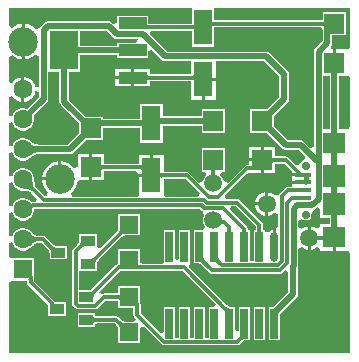
<source format=gtl>
G04*
G04 #@! TF.GenerationSoftware,Altium Limited,Altium Designer,25.8.1 (18)*
G04*
G04 Layer_Physical_Order=1*
G04 Layer_Color=255*
%FSLAX44Y44*%
%MOMM*%
G71*
G04*
G04 #@! TF.SameCoordinates,E157F1C9-1C34-4564-A9C0-31B72F50DFCD*
G04*
G04*
G04 #@! TF.FilePolarity,Positive*
G04*
G01*
G75*
%ADD10R,1.3500X0.4000*%
%ADD11R,1.9000X1.8000*%
%ADD12R,1.9000X1.9000*%
%ADD13R,1.2000X0.8500*%
%ADD14R,1.6000X1.5000*%
%ADD15R,0.6350X2.5000*%
%ADD16O,0.6350X2.5000*%
%ADD17R,2.4000X1.0000*%
%ADD18R,2.4000X3.3000*%
%ADD19R,1.7000X1.7000*%
%ADD20R,1.6000X3.0000*%
%ADD21C,0.5000*%
%ADD22C,0.3000*%
%ADD23C,1.6000*%
%ADD24R,1.6000X1.6000*%
%ADD25C,0.7000*%
%ADD26C,2.5000*%
%ADD27C,1.5000*%
G36*
X159250Y282559D02*
X122500D01*
Y289500D01*
X95500D01*
Y283531D01*
X92728Y282383D01*
X91727Y283384D01*
X90404Y284268D01*
X88843Y284578D01*
X88843Y284578D01*
X37343D01*
X35782Y284268D01*
X34459Y283384D01*
X34459Y283384D01*
X30866Y279791D01*
X30395Y279085D01*
X27654Y278353D01*
X26910Y278400D01*
X26127Y279182D01*
X23664Y280828D01*
X20927Y281962D01*
X18021Y282540D01*
X17810D01*
Y267500D01*
Y252460D01*
X18021D01*
X20927Y253038D01*
X23664Y254172D01*
X26127Y255818D01*
X26672Y256362D01*
X29672Y255119D01*
Y229274D01*
X26672Y228879D01*
X26072Y231118D01*
X24684Y233522D01*
X22722Y235484D01*
X20318Y236872D01*
X17638Y237590D01*
X17520D01*
Y227050D01*
Y216510D01*
X17638D01*
X20318Y217228D01*
X22722Y218616D01*
X24684Y220578D01*
X26072Y222982D01*
X26672Y225221D01*
X29672Y224826D01*
Y220839D01*
X19458Y210625D01*
X17501Y211150D01*
X14999D01*
X12583Y210503D01*
X10417Y209252D01*
X8648Y207483D01*
X7397Y205317D01*
X7119Y204278D01*
X4119Y204673D01*
Y220981D01*
X7119Y221785D01*
X7816Y220578D01*
X9778Y218616D01*
X12182Y217228D01*
X14862Y216510D01*
X14980D01*
Y227050D01*
Y237590D01*
X14862D01*
X12182Y236872D01*
X9778Y235484D01*
X7816Y233522D01*
X7119Y232315D01*
X4119Y233119D01*
Y254408D01*
X6438Y255562D01*
X7119Y255706D01*
X9416Y254172D01*
X12153Y253038D01*
X15059Y252460D01*
X15270D01*
Y267500D01*
Y282540D01*
X15059D01*
X12153Y281962D01*
X9416Y280828D01*
X7119Y279294D01*
X6438Y279438D01*
X4119Y280592D01*
Y295881D01*
X159250D01*
Y282559D01*
D02*
G37*
G36*
X92881Y270695D02*
X92881Y270695D01*
X94204Y269811D01*
X95765Y269500D01*
X95765Y269500D01*
X113465D01*
X113465Y269500D01*
X111861Y266500D01*
X95500D01*
Y264078D01*
X64500D01*
Y276422D01*
X87154D01*
X92881Y270695D01*
D02*
G37*
G36*
X269922Y276750D02*
X269922Y276750D01*
Y268096D01*
X263616Y261791D01*
X262732Y260468D01*
X262422Y258907D01*
X262422Y258907D01*
Y178622D01*
X259650Y177474D01*
X254562Y182562D01*
X253239Y183446D01*
X251678Y183757D01*
X251678Y183757D01*
X241011D01*
X228750Y196018D01*
Y204482D01*
X240384Y216116D01*
X241268Y217439D01*
X241578Y219000D01*
X241578Y219000D01*
Y239900D01*
X241578Y239900D01*
X241268Y241461D01*
X240384Y242784D01*
X225284Y257884D01*
X223961Y258768D01*
X222400Y259078D01*
X222400Y259078D01*
X138346D01*
X123755Y273670D01*
X124903Y276441D01*
X159250D01*
Y263000D01*
X178250D01*
Y279541D01*
X268268D01*
X269922Y276750D01*
D02*
G37*
G36*
X133773Y252116D02*
X133773Y252116D01*
X135096Y251232D01*
X136657Y250922D01*
X158210D01*
Y240135D01*
X157738Y240123D01*
X157593Y240059D01*
X124157D01*
X124012Y240123D01*
X123540Y240135D01*
Y244540D01*
X110270D01*
Y237000D01*
Y229460D01*
X123540D01*
Y233864D01*
X124012Y233877D01*
X124157Y233941D01*
X157593D01*
X157738Y233877D01*
X158210Y233864D01*
Y217960D01*
X167480D01*
Y235500D01*
X168750D01*
Y236770D01*
X179290D01*
Y250922D01*
X220711D01*
X233422Y238211D01*
Y220689D01*
X222982Y210250D01*
X208750D01*
Y190250D01*
X222982D01*
X236438Y176794D01*
X236438Y176794D01*
X237761Y175910D01*
X239322Y175600D01*
X239322Y175600D01*
X249989D01*
X255089Y170500D01*
X254820Y169118D01*
X254039Y167307D01*
X252668Y166739D01*
X251261Y165332D01*
X250668Y163900D01*
X248996Y163159D01*
X247500Y162826D01*
X240913Y169413D01*
X239921Y170076D01*
X238750Y170309D01*
X238750Y170309D01*
X230406D01*
X230262Y170373D01*
X229790Y170385D01*
Y178290D01*
X220020D01*
Y167250D01*
Y156210D01*
X229790D01*
Y164114D01*
X230262Y164127D01*
X230406Y164191D01*
X237483D01*
X243960Y157714D01*
Y156020D01*
X253250D01*
Y153480D01*
X243960D01*
Y150210D01*
Y149520D01*
X253250D01*
Y146980D01*
X243960D01*
Y144559D01*
X240250D01*
X239079Y144326D01*
X238087Y143663D01*
X233213Y138789D01*
X232740Y138081D01*
X231796Y137679D01*
X229393Y137305D01*
X228665Y138034D01*
X226375Y139356D01*
X223822Y140040D01*
X223770D01*
Y130000D01*
Y119960D01*
X223822D01*
X226375Y120644D01*
X228665Y121966D01*
X229317Y122618D01*
X232317Y121376D01*
Y111200D01*
X230471Y109771D01*
Y93750D01*
X227931D01*
Y108649D01*
X226971Y108458D01*
X225081Y107195D01*
X224176Y105841D01*
X221590Y106178D01*
X221176Y106340D01*
Y107750D01*
X219560D01*
Y112249D01*
X219327Y113420D01*
X218664Y114412D01*
X218664Y114412D01*
X199863Y133213D01*
X198871Y133876D01*
X197700Y134109D01*
X197700Y134109D01*
X188177D01*
X187029Y136880D01*
X205193Y155044D01*
X207710Y156210D01*
X217480D01*
Y165980D01*
X207710D01*
Y163386D01*
X207238Y163373D01*
X207094Y163309D01*
X206073D01*
X204902Y163076D01*
X203910Y162413D01*
X203910Y162413D01*
X189500Y148003D01*
X187770Y148396D01*
X186381Y149127D01*
X185887Y150974D01*
X184702Y153026D01*
X183478Y154250D01*
X183873Y156104D01*
X184564Y157250D01*
X187500D01*
Y177250D01*
X167500D01*
Y157250D01*
X170436D01*
X171127Y156104D01*
X171522Y154250D01*
X170298Y153026D01*
X169113Y150974D01*
X168619Y149127D01*
X167230Y148396D01*
X165500Y148003D01*
X157090Y156413D01*
X156098Y157076D01*
X154927Y157309D01*
X154927Y157309D01*
X136157D01*
X136012Y157373D01*
X135540Y157386D01*
Y171790D01*
X126270D01*
Y154250D01*
X125000D01*
Y152980D01*
X114460D01*
Y136710D01*
X111626Y136309D01*
X57610D01*
X56700Y139309D01*
X57087Y139568D01*
X59182Y141663D01*
X60828Y144126D01*
X61962Y146863D01*
X62037Y147239D01*
X62075Y147393D01*
X63381Y149960D01*
Y149960D01*
X72480D01*
Y161000D01*
Y172040D01*
X62710D01*
Y160958D01*
X59710Y160048D01*
X59182Y160837D01*
X57087Y162932D01*
X54624Y164578D01*
X51887Y165712D01*
X48981Y166290D01*
X48770D01*
Y151250D01*
X47500D01*
Y149980D01*
X32460D01*
Y149769D01*
X33038Y146863D01*
X34172Y144126D01*
X35818Y141663D01*
X37199Y140281D01*
X36622Y137696D01*
X36219Y137113D01*
X34549Y136877D01*
X27529Y143897D01*
X27485Y144027D01*
X27161Y144399D01*
X26920Y144760D01*
X26692Y145203D01*
X26482Y145734D01*
X26297Y146355D01*
X26141Y147063D01*
X26021Y147840D01*
X25882Y149725D01*
X25873Y150784D01*
X25750Y151074D01*
Y152101D01*
X25103Y154517D01*
X23852Y156683D01*
X22083Y158452D01*
X19917Y159703D01*
X17501Y160350D01*
X14999D01*
X12583Y159703D01*
X10417Y158452D01*
X8648Y156683D01*
X7397Y154517D01*
X7119Y153478D01*
X4119Y153873D01*
Y173227D01*
X7119Y173622D01*
X7397Y172583D01*
X8648Y170417D01*
X10417Y168648D01*
X12583Y167397D01*
X14999Y166750D01*
X17501D01*
X19917Y167397D01*
X22083Y168648D01*
X22802Y169367D01*
X23087Y169478D01*
X23663Y170031D01*
X24205Y170487D01*
X24748Y170883D01*
X25292Y171220D01*
X25837Y171500D01*
X26385Y171727D01*
X26937Y171901D01*
X27496Y172025D01*
X28066Y172100D01*
X28719Y172128D01*
X28813Y172172D01*
X56000D01*
X56000Y172172D01*
X57561Y172482D01*
X58884Y173366D01*
X69518Y184000D01*
X83750D01*
Y194172D01*
X115500D01*
Y181750D01*
X134500D01*
Y196172D01*
X167500D01*
Y190250D01*
X187500D01*
Y210250D01*
X167500D01*
Y204328D01*
X134500D01*
Y214750D01*
X115500D01*
Y202328D01*
X83750D01*
Y204000D01*
X69518D01*
X55078Y218439D01*
Y242000D01*
X64500D01*
Y255922D01*
X95500D01*
Y253500D01*
X122500D01*
Y259470D01*
X125272Y260618D01*
X133773Y252116D01*
D02*
G37*
G36*
X293381Y262381D02*
X291040Y260790D01*
X281270D01*
Y249750D01*
X278730D01*
Y260790D01*
X278016D01*
X277461Y262131D01*
X277062Y263790D01*
X277768Y264846D01*
X278078Y266407D01*
X278078Y266407D01*
Y272750D01*
X290000D01*
Y292750D01*
X270000D01*
Y285659D01*
X178250D01*
Y295881D01*
X293381D01*
Y262381D01*
D02*
G37*
G36*
X160781Y234000D02*
X160751Y234285D01*
X160660Y234540D01*
X160511Y234765D01*
X160301Y234960D01*
X160030Y235125D01*
X159700Y235260D01*
X159311Y235365D01*
X158861Y235440D01*
X158350Y235485D01*
X157781Y235500D01*
Y238500D01*
X158350Y238515D01*
X158861Y238560D01*
X159311Y238635D01*
X159700Y238740D01*
X160030Y238875D01*
X160301Y239040D01*
X160511Y239235D01*
X160660Y239460D01*
X160751Y239715D01*
X160781Y240000D01*
Y234000D01*
D02*
G37*
G36*
X120999Y239715D02*
X121089Y239460D01*
X121240Y239235D01*
X121449Y239040D01*
X121720Y238875D01*
X122050Y238740D01*
X122439Y238635D01*
X122889Y238560D01*
X123399Y238515D01*
X123969Y238500D01*
Y235500D01*
X123399Y235485D01*
X122889Y235440D01*
X122439Y235365D01*
X122050Y235260D01*
X121720Y235125D01*
X121449Y234960D01*
X121240Y234765D01*
X121089Y234540D01*
X120999Y234285D01*
X120969Y234000D01*
Y240000D01*
X120999Y239715D01*
D02*
G37*
G36*
X291040Y238710D02*
X293381Y237119D01*
Y195735D01*
X292040Y193290D01*
X284078D01*
Y238710D01*
X291040D01*
D02*
G37*
G36*
X275922Y193290D02*
X270578D01*
Y238710D01*
X275922D01*
Y193290D01*
D02*
G37*
G36*
X46922Y216750D02*
X46922Y216750D01*
X47232Y215189D01*
X48116Y213866D01*
X63750Y198232D01*
Y189768D01*
X54311Y180328D01*
X28813D01*
X28719Y180372D01*
X28066Y180400D01*
X27496Y180475D01*
X26937Y180599D01*
X26385Y180773D01*
X25837Y181000D01*
X25292Y181280D01*
X24748Y181617D01*
X24205Y182013D01*
X23663Y182469D01*
X23087Y183022D01*
X22802Y183133D01*
X22083Y183852D01*
X19917Y185103D01*
X17501Y185750D01*
X14999D01*
X12583Y185103D01*
X10417Y183852D01*
X8648Y182083D01*
X7397Y179917D01*
X7119Y178878D01*
X4119Y179273D01*
Y198627D01*
X7119Y199022D01*
X7397Y197983D01*
X8648Y195817D01*
X10417Y194048D01*
X12583Y192797D01*
X14999Y192150D01*
X17501D01*
X19917Y192797D01*
X22083Y194048D01*
X23852Y195817D01*
X25103Y197983D01*
X25750Y200399D01*
Y202901D01*
X25226Y204858D01*
X36634Y216266D01*
X36634Y216266D01*
X37518Y217589D01*
X37828Y219150D01*
Y242000D01*
X46922D01*
Y216750D01*
D02*
G37*
G36*
X22577Y181261D02*
X23203Y180734D01*
X23841Y180269D01*
X24492Y179866D01*
X25154Y179525D01*
X25829Y179246D01*
X26516Y179029D01*
X27215Y178874D01*
X27926Y178781D01*
X28649Y178750D01*
Y173750D01*
X27926Y173719D01*
X27215Y173626D01*
X26516Y173471D01*
X25829Y173254D01*
X25154Y172975D01*
X24492Y172634D01*
X23841Y172231D01*
X23203Y171766D01*
X22577Y171239D01*
X21963Y170650D01*
Y181850D01*
X22577Y181261D01*
D02*
G37*
G36*
X227250Y169965D02*
X227339Y169710D01*
X227489Y169485D01*
X227700Y169290D01*
X227969Y169125D01*
X228300Y168990D01*
X228689Y168885D01*
X229139Y168810D01*
X229650Y168765D01*
X230219Y168750D01*
Y165750D01*
X229650Y165735D01*
X229139Y165690D01*
X228689Y165615D01*
X228300Y165510D01*
X227969Y165375D01*
X227700Y165210D01*
X227489Y165015D01*
X227339Y164790D01*
X227250Y164535D01*
X227220Y164250D01*
Y170250D01*
X227250Y169965D01*
D02*
G37*
G36*
X210280Y158780D02*
X207281Y158750D01*
Y161750D01*
X207850Y161765D01*
X208361Y161810D01*
X208811Y161885D01*
X209200Y161990D01*
X209531Y162125D01*
X209800Y162290D01*
X210011Y162485D01*
X210161Y162710D01*
X210250Y162965D01*
X210280Y163250D01*
Y158780D01*
D02*
G37*
G36*
X132999Y156965D02*
X133090Y156710D01*
X133239Y156485D01*
X133449Y156290D01*
X133720Y156125D01*
X134050Y155990D01*
X134439Y155885D01*
X134889Y155810D01*
X135400Y155765D01*
X135969Y155750D01*
Y152750D01*
X135400Y152735D01*
X134889Y152690D01*
X134439Y152615D01*
X134050Y152510D01*
X133720Y152375D01*
X133449Y152210D01*
X133239Y152015D01*
X133090Y151790D01*
X132999Y151535D01*
X132970Y151250D01*
Y157250D01*
X132999Y156965D01*
D02*
G37*
G36*
X257762Y152530D02*
X259250D01*
X258965Y152500D01*
X258710Y152410D01*
X258485Y152261D01*
X258290Y152051D01*
X258125Y151781D01*
X257990Y151451D01*
X257936Y151250D01*
X257990Y151050D01*
X258125Y150719D01*
X258290Y150450D01*
X258485Y150240D01*
X258710Y150090D01*
X258965Y150000D01*
X259250Y149970D01*
X257762D01*
X257750Y149530D01*
X254750D01*
X254739Y149970D01*
X253250D01*
X253535Y150000D01*
X253790Y150090D01*
X254015Y150240D01*
X254210Y150450D01*
X254375Y150719D01*
X254510Y151050D01*
X254564Y151250D01*
X254510Y151451D01*
X254375Y151781D01*
X254210Y152051D01*
X254015Y152261D01*
X253790Y152410D01*
X253535Y152500D01*
X253250Y152530D01*
X254739D01*
X254750Y152970D01*
X257750D01*
X257762Y152530D01*
D02*
G37*
G36*
X24259Y149658D02*
X24406Y147656D01*
X24544Y146765D01*
X24724Y145947D01*
X24946Y145203D01*
X25211Y144532D01*
X25519Y143934D01*
X25869Y143411D01*
X26261Y142960D01*
X24140Y140839D01*
X23689Y141231D01*
X23166Y141581D01*
X22568Y141889D01*
X21897Y142154D01*
X21153Y142376D01*
X20335Y142556D01*
X19444Y142694D01*
X18479Y142788D01*
X16330Y142850D01*
X24250Y150770D01*
X24259Y149658D01*
D02*
G37*
G36*
X165771Y139080D02*
X164623Y136309D01*
X138374D01*
X135540Y136710D01*
Y151115D01*
X136012Y151127D01*
X136157Y151191D01*
X153660D01*
X165771Y139080D01*
D02*
G37*
G36*
X7397Y147183D02*
X8648Y145017D01*
X10417Y143248D01*
X12583Y141997D01*
X14999Y141350D01*
X16010D01*
X16283Y141228D01*
X18376Y141167D01*
X19240Y141082D01*
X20037Y140959D01*
X20746Y140803D01*
X21366Y140618D01*
X21897Y140408D01*
X22340Y140180D01*
X22701Y139939D01*
X23073Y139615D01*
X23203Y139571D01*
X28194Y134580D01*
X27046Y131809D01*
X24508D01*
X24507Y131809D01*
X23522Y131613D01*
X22083Y133052D01*
X19917Y134303D01*
X17501Y134950D01*
X14999D01*
X12583Y134303D01*
X10417Y133052D01*
X8648Y131283D01*
X7397Y129117D01*
X7119Y128078D01*
X4119Y128473D01*
Y147827D01*
X7119Y148222D01*
X7397Y147183D01*
D02*
G37*
G36*
X267960Y125866D02*
Y117710D01*
X275922D01*
Y113290D01*
X267960D01*
Y110481D01*
X264960Y109239D01*
X264915Y109284D01*
X262625Y110606D01*
X260072Y111290D01*
X260020D01*
Y101250D01*
Y91210D01*
X260072D01*
X262625Y91894D01*
X264915Y93216D01*
X264960Y93261D01*
X267960Y92019D01*
Y90210D01*
X278730D01*
Y101750D01*
X281270D01*
Y90210D01*
X292040D01*
X293381Y87765D01*
Y3509D01*
X4119D01*
Y64259D01*
X6750Y65150D01*
X7119Y65150D01*
X19425D01*
X19444Y65139D01*
X19469Y65080D01*
X19527Y64865D01*
X19578Y64556D01*
X19613Y64158D01*
X19627Y63638D01*
X19712Y63447D01*
X19924Y62380D01*
X20587Y61388D01*
X37441Y44534D01*
Y44051D01*
X37441Y44051D01*
X37500Y43755D01*
Y35551D01*
X52500D01*
Y47051D01*
X43273D01*
X42663Y47964D01*
X42663Y47964D01*
X25863Y64764D01*
X25843Y66697D01*
X25809Y66777D01*
Y68150D01*
X25809Y68150D01*
X25750Y68446D01*
Y84150D01*
X7119D01*
X6750Y84150D01*
X4119Y85041D01*
Y97027D01*
X7119Y97422D01*
X7397Y96383D01*
X8648Y94217D01*
X10417Y92448D01*
X12583Y91197D01*
X14999Y90550D01*
X17501D01*
X19917Y91197D01*
X22083Y92448D01*
X22798Y93163D01*
X23078Y93269D01*
X24601Y94707D01*
X25272Y95258D01*
X25921Y95734D01*
X26533Y96125D01*
X27102Y96432D01*
X27626Y96659D01*
X28101Y96812D01*
X28527Y96896D01*
X29019Y96930D01*
X29142Y96991D01*
X31984D01*
X36925Y92050D01*
X36982Y91902D01*
X37354Y91511D01*
X37654Y91158D01*
X37909Y90817D01*
X38123Y90489D01*
X38296Y90174D01*
X38432Y89872D01*
X38532Y89585D01*
X38601Y89309D01*
X38642Y89041D01*
X38659Y88697D01*
X38750Y88505D01*
Y83051D01*
X53750D01*
Y94551D01*
X44796D01*
X44604Y94642D01*
X44260Y94659D01*
X43993Y94699D01*
X43716Y94768D01*
X43429Y94869D01*
X43127Y95005D01*
X42812Y95178D01*
X42484Y95392D01*
X42143Y95647D01*
X41790Y95947D01*
X41399Y96319D01*
X41251Y96376D01*
X35414Y102213D01*
X34422Y102876D01*
X33251Y103109D01*
X33251Y103109D01*
X29142D01*
X29019Y103170D01*
X28527Y103204D01*
X28101Y103288D01*
X27626Y103441D01*
X27102Y103668D01*
X26533Y103975D01*
X25921Y104366D01*
X25288Y104830D01*
X23856Y106066D01*
X23101Y106808D01*
X22809Y106926D01*
X22083Y107652D01*
X19917Y108903D01*
X17501Y109550D01*
X14999D01*
X12583Y108903D01*
X10417Y107652D01*
X8648Y105883D01*
X7397Y103717D01*
X7119Y102678D01*
X4119Y103073D01*
Y122427D01*
X7119Y122822D01*
X7397Y121783D01*
X8648Y119617D01*
X10417Y117848D01*
X12583Y116597D01*
X14999Y115950D01*
X17501D01*
X19917Y116597D01*
X22083Y117848D01*
X23852Y119617D01*
X25103Y121783D01*
X25750Y124199D01*
Y125691D01*
X166432D01*
X167736Y124387D01*
X167736Y124387D01*
X168414Y123934D01*
X168833Y123409D01*
X169726Y120727D01*
X169716Y120567D01*
X169113Y119524D01*
X168500Y117235D01*
Y114865D01*
X169113Y112576D01*
X170168Y110750D01*
X169909Y109789D01*
X168829Y107750D01*
X161027D01*
Y79750D01*
X164330D01*
X164522Y79659D01*
X164866Y79642D01*
X165134Y79602D01*
X165410Y79532D01*
X165698Y79432D01*
X165999Y79296D01*
X166314Y79123D01*
X166643Y78910D01*
X166984Y78654D01*
X167336Y78354D01*
X167728Y77982D01*
X167875Y77925D01*
X174214Y71587D01*
X174214Y71587D01*
X175206Y70924D01*
X176377Y70691D01*
X176377Y70691D01*
X233622D01*
X233622Y70691D01*
X234793Y70924D01*
X235785Y71587D01*
X238150Y73952D01*
X240922Y72804D01*
Y55564D01*
X228108Y42750D01*
X224526D01*
Y14750D01*
X233876D01*
Y36982D01*
X247884Y50990D01*
X247884Y50990D01*
X248768Y52313D01*
X249078Y53874D01*
Y76067D01*
X249144Y76164D01*
X249454Y77725D01*
X249454Y77725D01*
Y92105D01*
X252454Y93347D01*
X252585Y93216D01*
X254875Y91894D01*
X257428Y91210D01*
X257480D01*
Y101250D01*
Y111290D01*
X257428D01*
X254875Y110606D01*
X252585Y109284D01*
X252454Y109153D01*
X249454Y110395D01*
Y115732D01*
X252454Y116975D01*
X252668Y116761D01*
X254505Y116000D01*
X256495D01*
X258332Y116761D01*
X259739Y118168D01*
X260500Y120005D01*
Y121777D01*
X260575Y122107D01*
X262459Y124931D01*
X262718Y124982D01*
X264041Y125866D01*
X265188Y127014D01*
X267960Y125866D01*
D02*
G37*
G36*
X22756Y104871D02*
X24276Y103559D01*
X25003Y103026D01*
X25709Y102575D01*
X26392Y102206D01*
X27054Y101919D01*
X27694Y101714D01*
X28312Y101591D01*
X28908Y101550D01*
Y98550D01*
X28312Y98509D01*
X27694Y98386D01*
X27054Y98181D01*
X26392Y97894D01*
X25709Y97525D01*
X25003Y97074D01*
X24276Y96541D01*
X23527Y95926D01*
X21963Y94450D01*
Y105650D01*
X22756Y104871D01*
D02*
G37*
G36*
X40705Y94739D02*
X41129Y94378D01*
X41553Y94060D01*
X41977Y93784D01*
X42402Y93551D01*
X42826Y93360D01*
X43250Y93211D01*
X43675Y93105D01*
X44099Y93042D01*
X44523Y93021D01*
X40280Y88778D01*
X40259Y89202D01*
X40195Y89627D01*
X40090Y90051D01*
X39941Y90475D01*
X39750Y90899D01*
X39517Y91323D01*
X39241Y91748D01*
X38923Y92172D01*
X38562Y92596D01*
X38159Y93021D01*
X40280Y95142D01*
X40705Y94739D01*
D02*
G37*
G36*
X213442Y110982D02*
Y107750D01*
X211826D01*
Y81309D01*
X208477D01*
Y107750D01*
X206566D01*
Y108993D01*
X206333Y110163D01*
X205670Y111156D01*
X205670Y111156D01*
X191606Y125220D01*
X192754Y127991D01*
X196433D01*
X213442Y110982D01*
D02*
G37*
G36*
X181567Y85099D02*
X181631Y84675D01*
X181737Y84250D01*
X181886Y83826D01*
X182076Y83402D01*
X182310Y82978D01*
X182586Y82553D01*
X182904Y82129D01*
X183264Y81705D01*
X183668Y81280D01*
X181546Y79159D01*
X181122Y79562D01*
X180698Y79923D01*
X180273Y80241D01*
X179849Y80517D01*
X179425Y80750D01*
X179001Y80941D01*
X178576Y81090D01*
X178152Y81196D01*
X177728Y81259D01*
X177304Y81280D01*
X181546Y85523D01*
X181567Y85099D01*
D02*
G37*
G36*
X168867D02*
X168931Y84675D01*
X169037Y84250D01*
X169186Y83826D01*
X169376Y83402D01*
X169610Y82978D01*
X169886Y82553D01*
X170204Y82129D01*
X170564Y81705D01*
X170967Y81280D01*
X168846Y79159D01*
X168422Y79562D01*
X167998Y79923D01*
X167573Y80241D01*
X167149Y80517D01*
X166725Y80750D01*
X166301Y80941D01*
X165876Y81090D01*
X165452Y81196D01*
X165028Y81259D01*
X164604Y81280D01*
X168846Y85523D01*
X168867Y85099D01*
D02*
G37*
G36*
X24250Y63681D02*
X21250D01*
X21235Y64250D01*
X21190Y64760D01*
X21115Y65210D01*
X21010Y65601D01*
X20875Y65931D01*
X20710Y66200D01*
X20515Y66410D01*
X20290Y66561D01*
X20035Y66651D01*
X19750Y66680D01*
X24220D01*
X24250Y63681D01*
D02*
G37*
%LPC*%
G36*
X107730Y244540D02*
X94460D01*
Y238270D01*
X107730D01*
Y244540D01*
D02*
G37*
G36*
Y235730D02*
X94460D01*
Y229460D01*
X107730D01*
Y235730D01*
D02*
G37*
G36*
X179290Y234230D02*
X170020D01*
Y217960D01*
X179290D01*
Y234230D01*
D02*
G37*
G36*
X217480Y178290D02*
X207710D01*
Y168520D01*
X217480D01*
Y178290D01*
D02*
G37*
G36*
X84790Y172040D02*
X75020D01*
Y161000D01*
Y149960D01*
X84790D01*
Y157865D01*
X85262Y157877D01*
X85407Y157941D01*
X111492D01*
X114110Y155520D01*
X123730D01*
Y171790D01*
X114460D01*
Y164135D01*
X113988Y164123D01*
X113843Y164059D01*
X85407D01*
X85262Y164123D01*
X84790Y164135D01*
Y172040D01*
D02*
G37*
G36*
X46230Y166290D02*
X46019D01*
X43113Y165712D01*
X40376Y164578D01*
X37913Y162932D01*
X35818Y160837D01*
X34172Y158374D01*
X33038Y155637D01*
X32460Y152731D01*
Y152520D01*
X46230D01*
Y166290D01*
D02*
G37*
G36*
X221230Y140040D02*
X221178D01*
X218625Y139356D01*
X216335Y138034D01*
X214466Y136165D01*
X213144Y133875D01*
X212460Y131322D01*
Y131270D01*
X221230D01*
Y140040D01*
D02*
G37*
G36*
Y128730D02*
X212460D01*
Y128678D01*
X213144Y126125D01*
X214466Y123835D01*
X216335Y121966D01*
X218625Y120644D01*
X221178Y119960D01*
X221230D01*
Y128730D01*
D02*
G37*
%LPD*%
G36*
X117030Y158000D02*
X117001Y158285D01*
X116910Y158540D01*
X116761Y158765D01*
X116551Y158960D01*
X116280Y159125D01*
X115950Y159260D01*
X115561Y159365D01*
X115111Y159440D01*
X114600Y159485D01*
X114031Y159500D01*
Y162500D01*
X114600Y162515D01*
X115111Y162560D01*
X115561Y162635D01*
X115950Y162740D01*
X116280Y162875D01*
X116551Y163040D01*
X116761Y163235D01*
X116910Y163460D01*
X117001Y163715D01*
X117030Y164000D01*
Y158000D01*
D02*
G37*
G36*
X82249Y163715D02*
X82339Y163460D01*
X82490Y163235D01*
X82699Y163040D01*
X82970Y162875D01*
X83300Y162740D01*
X83689Y162635D01*
X84139Y162560D01*
X84649Y162515D01*
X85219Y162500D01*
Y159500D01*
X84649Y159485D01*
X84139Y159440D01*
X83689Y159365D01*
X83300Y159260D01*
X82970Y159125D01*
X82699Y158960D01*
X82490Y158765D01*
X82339Y158540D01*
X82249Y158285D01*
X82219Y158000D01*
Y164000D01*
X82249Y163715D01*
D02*
G37*
%LPC*%
G36*
X115750Y121500D02*
X96750D01*
Y109202D01*
X96659Y109010D01*
X96642Y108666D01*
X96602Y108399D01*
X96532Y108122D01*
X96432Y107835D01*
X96296Y107533D01*
X96123Y107218D01*
X95910Y106890D01*
X95654Y106549D01*
X95354Y106196D01*
X94982Y105805D01*
X94941Y105697D01*
X94842Y105636D01*
X94823Y105555D01*
X81596Y92327D01*
X81450Y92238D01*
X78750Y93724D01*
X78750Y95495D01*
Y104355D01*
X63750D01*
Y98901D01*
X63659Y98709D01*
X63642Y98365D01*
X63602Y98098D01*
X63533Y97821D01*
X63432Y97534D01*
X63296Y97232D01*
X63123Y96917D01*
X62910Y96589D01*
X62654Y96248D01*
X62354Y95895D01*
X61982Y95504D01*
X61925Y95356D01*
X58837Y92268D01*
X58174Y91276D01*
X57941Y90105D01*
X57941Y90105D01*
Y45613D01*
X57941Y45612D01*
X58174Y44442D01*
X58837Y43450D01*
X60595Y41692D01*
X60595Y41692D01*
X61587Y41029D01*
X62758Y40796D01*
X62758Y40796D01*
X77556D01*
X77556Y40796D01*
X78727Y41029D01*
X79719Y41692D01*
X86218Y48191D01*
X95093D01*
X95238Y48127D01*
X95758Y48113D01*
X96156Y48078D01*
X96465Y48027D01*
X96680Y47969D01*
X96740Y47944D01*
X96750Y47925D01*
Y42250D01*
X109425D01*
X109444Y42239D01*
X109469Y42180D01*
X109527Y41965D01*
X109578Y41656D01*
X109613Y41258D01*
X109627Y40738D01*
X109691Y40594D01*
Y36383D01*
X109691Y36383D01*
X109924Y35213D01*
X110587Y34220D01*
X111786Y33022D01*
X110638Y30250D01*
X102796D01*
X102604Y30341D01*
X102260Y30358D01*
X101993Y30398D01*
X101716Y30468D01*
X101429Y30568D01*
X101127Y30704D01*
X100812Y30877D01*
X100484Y31091D01*
X100143Y31346D01*
X99790Y31646D01*
X99399Y32018D01*
X99251Y32075D01*
X97311Y34015D01*
X96319Y34678D01*
X95148Y34911D01*
X95148Y34911D01*
X79103D01*
X78958Y34975D01*
X78438Y34989D01*
X78040Y35024D01*
X77731Y35075D01*
X77516Y35133D01*
X77456Y35158D01*
X77446Y35177D01*
Y37602D01*
X62446D01*
Y26102D01*
X77446D01*
Y28527D01*
X77456Y28546D01*
X77516Y28571D01*
X77731Y28629D01*
X78040Y28680D01*
X78438Y28715D01*
X78958Y28729D01*
X79103Y28793D01*
X93881D01*
X94925Y27749D01*
X94982Y27601D01*
X95354Y27210D01*
X95654Y26857D01*
X95909Y26516D01*
X96123Y26188D01*
X96296Y25873D01*
X96432Y25571D01*
X96532Y25284D01*
X96602Y25008D01*
X96642Y24740D01*
X96659Y24396D01*
X96750Y24204D01*
Y12250D01*
X115750D01*
Y25138D01*
X118522Y26286D01*
X133720Y11087D01*
X133720Y11087D01*
X134713Y10424D01*
X135883Y10191D01*
X197626D01*
X197626Y10191D01*
X198796Y10424D01*
X199789Y11087D01*
X201627Y12925D01*
X201775Y12982D01*
X202166Y13354D01*
X202519Y13654D01*
X202859Y13909D01*
X203188Y14123D01*
X203503Y14296D01*
X203804Y14432D01*
X204092Y14533D01*
X204368Y14602D01*
X204636Y14642D01*
X204980Y14659D01*
X205172Y14750D01*
X208476D01*
Y42750D01*
X199126D01*
Y22025D01*
X198859Y21521D01*
X198776Y21457D01*
X195776Y22933D01*
Y42750D01*
X192472D01*
X192280Y42841D01*
X191936Y42858D01*
X191669Y42898D01*
X191392Y42968D01*
X191105Y43068D01*
X190803Y43204D01*
X190488Y43377D01*
X190160Y43590D01*
X189819Y43846D01*
X189466Y44146D01*
X189075Y44518D01*
X188927Y44575D01*
X156752Y76750D01*
X157677Y79750D01*
X157677Y80068D01*
Y107750D01*
X148327D01*
Y83176D01*
X146652Y82214D01*
X144977Y83176D01*
Y107750D01*
X135627D01*
Y82559D01*
X135627Y79750D01*
X132706Y79559D01*
X117407D01*
X117262Y79623D01*
X116742Y79637D01*
X116344Y79672D01*
X116035Y79723D01*
X115820Y79781D01*
X115760Y79806D01*
X115750Y79825D01*
Y91500D01*
X96750D01*
Y79480D01*
X95975Y79326D01*
X94982Y78663D01*
X94982Y78663D01*
X74999Y58680D01*
X74851Y58623D01*
X74460Y58251D01*
X74107Y57951D01*
X73766Y57696D01*
X73438Y57482D01*
X73123Y57309D01*
X72821Y57173D01*
X72534Y57073D01*
X72258Y57003D01*
X71990Y56963D01*
X71646Y56946D01*
X71454Y56855D01*
X64059D01*
Y73602D01*
X78696D01*
Y79056D01*
X78787Y79248D01*
X78804Y79592D01*
X78844Y79859D01*
X78913Y80136D01*
X79014Y80423D01*
X79150Y80725D01*
X79323Y81040D01*
X79536Y81368D01*
X79792Y81709D01*
X80092Y82062D01*
X80464Y82453D01*
X80521Y82601D01*
X99595Y101675D01*
X99743Y101732D01*
X100134Y102104D01*
X100487Y102404D01*
X100828Y102659D01*
X101156Y102873D01*
X101471Y103046D01*
X101773Y103182D01*
X102060Y103282D01*
X102337Y103352D01*
X102604Y103392D01*
X102948Y103409D01*
X102973Y103420D01*
X102998Y103412D01*
X103170Y103500D01*
X115750D01*
Y121500D01*
D02*
G37*
G36*
X221176Y42750D02*
X211826D01*
Y14750D01*
X221176D01*
Y42750D01*
D02*
G37*
%LPD*%
G36*
X102867Y105030D02*
X102443Y105009D01*
X102019Y104946D01*
X101594Y104840D01*
X101170Y104691D01*
X100746Y104500D01*
X100322Y104267D01*
X99897Y103991D01*
X99473Y103673D01*
X99049Y103312D01*
X98624Y102909D01*
X96159Y104686D01*
X96562Y105111D01*
X96923Y105535D01*
X97241Y105959D01*
X97517Y106384D01*
X97750Y106808D01*
X97941Y107232D01*
X98090Y107656D01*
X98196Y108081D01*
X98259Y108505D01*
X98280Y108929D01*
X102867Y105030D01*
D02*
G37*
G36*
X69523Y94385D02*
X69099Y94364D01*
X68675Y94301D01*
X68250Y94194D01*
X67826Y94046D01*
X67402Y93855D01*
X66978Y93622D01*
X66553Y93346D01*
X66129Y93028D01*
X65705Y92667D01*
X65281Y92264D01*
X63159Y94385D01*
X63562Y94810D01*
X63923Y95234D01*
X64241Y95658D01*
X64517Y96082D01*
X64750Y96507D01*
X64941Y96931D01*
X65090Y97355D01*
X65196Y97780D01*
X65259Y98204D01*
X65281Y98628D01*
X69523Y94385D01*
D02*
G37*
G36*
X79287Y83572D02*
X78884Y83147D01*
X78523Y82723D01*
X78205Y82299D01*
X77929Y81875D01*
X77696Y81450D01*
X77505Y81026D01*
X77356Y80602D01*
X77250Y80177D01*
X77187Y79753D01*
X77165Y79329D01*
X72923Y83572D01*
X73347Y83593D01*
X73771Y83656D01*
X74196Y83762D01*
X74620Y83911D01*
X75044Y84102D01*
X75469Y84335D01*
X75893Y84611D01*
X76317Y84929D01*
X76741Y85290D01*
X77165Y85693D01*
X79287Y83572D01*
D02*
G37*
G36*
X114249Y79215D02*
X114340Y78960D01*
X114489Y78735D01*
X114699Y78540D01*
X114970Y78375D01*
X115300Y78240D01*
X115689Y78135D01*
X116139Y78060D01*
X116650Y78015D01*
X117219Y78000D01*
Y75000D01*
X114220Y75030D01*
Y79500D01*
X114249Y79215D01*
D02*
G37*
G36*
X112250Y73441D02*
X112250Y73441D01*
X114123D01*
X114203Y73407D01*
X117203Y73376D01*
X117211Y73380D01*
X117219Y73376D01*
X117376Y73441D01*
X151409D01*
X179328Y45522D01*
X178180Y42750D01*
X173726D01*
Y16309D01*
X170376D01*
Y42750D01*
X161026D01*
Y16309D01*
X157676D01*
Y42750D01*
X148326D01*
Y16309D01*
X144976D01*
Y42750D01*
X135626D01*
Y21753D01*
X132854Y20605D01*
X115809Y37650D01*
Y40624D01*
X115874Y40781D01*
X115870Y40789D01*
X115873Y40797D01*
X115843Y43797D01*
X115809Y43877D01*
Y45250D01*
X115809Y45250D01*
X115750Y45546D01*
Y60250D01*
X96750D01*
Y54575D01*
X96740Y54556D01*
X96680Y54531D01*
X96465Y54473D01*
X96156Y54422D01*
X95758Y54387D01*
X95238Y54373D01*
X95093Y54309D01*
X84951D01*
X84951Y54309D01*
X83781Y54076D01*
X83569Y53935D01*
X81266Y54882D01*
X80629Y55496D01*
X80636Y55665D01*
X98412Y73441D01*
X100250D01*
X100250Y73441D01*
X100546Y73500D01*
X111954D01*
X112250Y73441D01*
D02*
G37*
G36*
X78091Y55325D02*
X77688Y54900D01*
X77327Y54476D01*
X77009Y54052D01*
X76733Y53628D01*
X76500Y53203D01*
X76309Y52779D01*
X76160Y52355D01*
X76055Y51930D01*
X75991Y51506D01*
X75970Y51082D01*
X71727Y55325D01*
X72151Y55346D01*
X72575Y55409D01*
X73000Y55515D01*
X73424Y55664D01*
X73848Y55855D01*
X74273Y56088D01*
X74697Y56364D01*
X75121Y56682D01*
X75545Y57043D01*
X75970Y57446D01*
X78091Y55325D01*
D02*
G37*
G36*
X98280Y48250D02*
X98251Y48535D01*
X98160Y48790D01*
X98011Y49015D01*
X97801Y49210D01*
X97530Y49375D01*
X97200Y49510D01*
X96811Y49615D01*
X96361Y49690D01*
X95850Y49735D01*
X95281Y49750D01*
Y52750D01*
X95850Y52765D01*
X96361Y52810D01*
X96811Y52885D01*
X97200Y52990D01*
X97530Y53125D01*
X97801Y53290D01*
X98011Y53485D01*
X98160Y53710D01*
X98251Y53965D01*
X98280Y54250D01*
Y48250D01*
D02*
G37*
G36*
X114250Y40781D02*
X111250D01*
X111235Y41350D01*
X111190Y41860D01*
X111115Y42311D01*
X111010Y42701D01*
X110875Y43031D01*
X110710Y43300D01*
X110515Y43510D01*
X110290Y43660D01*
X110035Y43751D01*
X109750Y43780D01*
X114220D01*
X114250Y40781D01*
D02*
G37*
G36*
X188381Y42938D02*
X188805Y42577D01*
X189229Y42259D01*
X189653Y41983D01*
X190078Y41750D01*
X190502Y41559D01*
X190926Y41410D01*
X191350Y41304D01*
X191775Y41241D01*
X192199Y41220D01*
X187956Y36977D01*
X187935Y37401D01*
X187871Y37825D01*
X187765Y38250D01*
X187617Y38674D01*
X187426Y39098D01*
X187193Y39523D01*
X186917Y39947D01*
X186599Y40371D01*
X186238Y40795D01*
X185835Y41220D01*
X187956Y43341D01*
X188381Y42938D01*
D02*
G37*
G36*
X75946Y34567D02*
X76035Y34312D01*
X76185Y34087D01*
X76396Y33892D01*
X76666Y33727D01*
X76996Y33592D01*
X77386Y33487D01*
X77835Y33412D01*
X78345Y33367D01*
X78916Y33352D01*
Y30352D01*
X78345Y30337D01*
X77835Y30292D01*
X77386Y30217D01*
X76996Y30112D01*
X76666Y29977D01*
X76396Y29812D01*
X76185Y29617D01*
X76035Y29392D01*
X75946Y29137D01*
X75915Y28852D01*
Y34852D01*
X75946Y34567D01*
D02*
G37*
G36*
X98705Y30438D02*
X99129Y30077D01*
X99553Y29759D01*
X99978Y29483D01*
X100402Y29250D01*
X100826Y29059D01*
X101250Y28910D01*
X101675Y28804D01*
X102099Y28741D01*
X102523Y28719D01*
X98280Y24477D01*
X98259Y24901D01*
X98196Y25325D01*
X98090Y25750D01*
X97941Y26174D01*
X97750Y26598D01*
X97517Y27023D01*
X97241Y27447D01*
X96923Y27871D01*
X96562Y28295D01*
X96159Y28719D01*
X98280Y30841D01*
X98705Y30438D01*
D02*
G37*
G36*
X204899Y16280D02*
X204475Y16259D01*
X204050Y16196D01*
X203626Y16090D01*
X203202Y15941D01*
X202778Y15750D01*
X202353Y15517D01*
X201929Y15241D01*
X201505Y14923D01*
X201081Y14562D01*
X200656Y14159D01*
X198535Y16280D01*
X198938Y16705D01*
X199299Y17129D01*
X199617Y17553D01*
X199893Y17977D01*
X200126Y18402D01*
X200317Y18826D01*
X200465Y19250D01*
X200571Y19675D01*
X200635Y20099D01*
X200656Y20523D01*
X204899Y16280D01*
D02*
G37*
D10*
X253250Y141750D02*
D03*
Y135250D02*
D03*
Y128750D02*
D03*
Y148250D02*
D03*
Y154750D02*
D03*
D11*
X280000Y101750D02*
D03*
Y181750D02*
D03*
D12*
Y153750D02*
D03*
Y129750D02*
D03*
D13*
X70000Y51105D02*
D03*
X69946Y31852D02*
D03*
X45000Y41301D02*
D03*
X71250Y98605D02*
D03*
X71196Y79352D02*
D03*
X46250Y88801D02*
D03*
D14*
X106250Y51250D02*
D03*
Y21250D02*
D03*
Y82500D02*
D03*
Y112500D02*
D03*
D15*
X216501Y93750D02*
D03*
X203802D02*
D03*
X191102D02*
D03*
X178402D02*
D03*
X165702D02*
D03*
X153002D02*
D03*
X140302D02*
D03*
X140301Y28750D02*
D03*
X153001D02*
D03*
X165701D02*
D03*
X178401D02*
D03*
X191101D02*
D03*
X203801D02*
D03*
X216501D02*
D03*
X229201D02*
D03*
D16*
Y93750D02*
D03*
D17*
X109000Y237000D02*
D03*
Y260000D02*
D03*
Y283000D02*
D03*
D18*
X51000Y260000D02*
D03*
D19*
X73750Y161000D02*
D03*
Y194000D02*
D03*
X177500Y167250D02*
D03*
Y200250D02*
D03*
X280000Y249750D02*
D03*
Y282750D02*
D03*
X218750Y200250D02*
D03*
Y167250D02*
D03*
D20*
X125000Y154250D02*
D03*
Y198250D02*
D03*
X168750Y235500D02*
D03*
Y279500D02*
D03*
D21*
X248305Y128750D02*
X261157D01*
X266500Y134093D01*
Y258907D01*
X274000Y266407D01*
Y276750D01*
X280000Y282750D01*
X218750Y200250D02*
X237500Y219000D01*
X37343Y280500D02*
X88843D01*
X95765Y273578D01*
X118078D01*
X218750Y200250D02*
X239322Y179678D01*
X251678D01*
X229201Y28750D02*
Y38075D01*
X237500Y219000D02*
Y239900D01*
X136657Y255000D02*
X222400D01*
X118078Y273578D02*
X136657Y255000D01*
X222400D02*
X237500Y239900D01*
X33750Y276907D02*
X37343Y280500D01*
X16250Y201650D02*
X33750Y219150D01*
Y276907D01*
X251678Y179678D02*
X265000Y166357D01*
X245000Y77349D02*
X245376Y77725D01*
X245000Y53874D02*
Y77349D01*
X229201Y38075D02*
X245000Y53874D01*
X245376Y77725D02*
Y125821D01*
X248305Y128750D01*
X280000Y181750D02*
Y249750D01*
Y153750D02*
Y181750D01*
Y101750D02*
Y129750D01*
Y153750D01*
X16250Y176250D02*
X56000D01*
X73750Y194000D01*
X78000Y198250D01*
X125000D01*
X127000Y200250D01*
X51000Y216750D02*
X73750Y194000D01*
X51000Y216750D02*
Y260000D01*
X109000D01*
X127000Y200250D02*
X177500D01*
D22*
X171850Y282600D02*
X279850D01*
X280000Y282750D01*
X168750Y279500D02*
X171850Y282600D01*
X112500Y279500D02*
X168750D01*
X109000Y283000D02*
X112500Y279500D01*
X206073Y160250D02*
X211750D01*
X218750Y167250D01*
X73750Y161000D02*
X118500D01*
X125000Y154500D01*
Y154250D02*
Y154500D01*
X109000Y237000D02*
X167250D01*
X168750Y235500D01*
X218750Y167250D02*
X238750D01*
X251500Y154500D01*
X256250Y148000D02*
Y154500D01*
X251500D02*
X256250D01*
X181373Y135550D02*
X206073Y160250D01*
X125000Y154250D02*
X154927D01*
X173627Y135550D01*
X181373D01*
X258750Y101250D02*
X277750D01*
X16250Y74650D02*
X22750Y68150D01*
X105750Y21250D02*
X106250D01*
X112750Y36383D02*
X135883Y13250D01*
X95148Y31852D02*
X105750Y21250D01*
X69946Y31852D02*
X95148D01*
X112750Y36383D02*
Y45250D01*
X43250Y41301D02*
X45000D01*
X40500Y44051D02*
X43250Y41301D01*
X62758Y43855D02*
X77556D01*
X61000Y45612D02*
X62758Y43855D01*
X61000Y45612D02*
Y90105D01*
X40500Y44051D02*
Y45801D01*
X77556Y43855D02*
X84951Y51250D01*
X106750D02*
X112750Y45250D01*
X70000Y51105D02*
X71750D01*
X84951Y51250D02*
X106250D01*
X22750Y63551D02*
X40500Y45801D01*
X71750Y51105D02*
X97145Y76500D01*
X22750Y63551D02*
Y68150D01*
X18737Y127937D02*
X23695D01*
X24507Y128750D01*
X16250Y125450D02*
X18737Y127937D01*
X16250Y100050D02*
X33251D01*
X16250Y150850D02*
X33850Y133250D01*
X33251Y100050D02*
X44500Y88801D01*
X97145Y76500D02*
X100250D01*
X71196Y79352D02*
X72946D01*
X106250Y82500D02*
X112250Y76500D01*
X100250D02*
X106250Y82500D01*
X44500Y88801D02*
X46250D01*
X72946Y79352D02*
X99750Y106156D01*
X61000Y90105D02*
X69500Y98605D01*
X71250D01*
X99750Y106156D02*
Y106500D01*
X105750Y112500D01*
X106250D01*
X24507Y128750D02*
X167699D01*
X33850Y133250D02*
X169563D01*
X165702Y84425D02*
Y93750D01*
X112250Y76500D02*
X152676D01*
X191101Y38075D01*
X135883Y13250D02*
X197626D01*
X165702Y84425D02*
X176377Y73750D01*
X197626Y13250D02*
X203801Y19425D01*
Y28750D01*
X191101D02*
Y38075D01*
X176377Y73750D02*
X233622D01*
X239876Y80003D01*
X184577Y78250D02*
X231758D01*
X235376Y81867D01*
X178402Y84425D02*
X184577Y78250D01*
X178402Y84425D02*
Y93750D01*
X203507Y94044D02*
X203802Y93750D01*
X203507Y94044D02*
Y108993D01*
X191102Y93750D02*
Y110148D01*
X216501Y93750D02*
Y112249D01*
X235376Y136626D02*
X240250Y141500D01*
X235376Y81867D02*
Y136626D01*
X186835Y114415D02*
X191102Y110148D01*
X179135Y114415D02*
X186835D01*
X177500Y116050D02*
X179135Y114415D01*
X185950Y126550D02*
X203507Y108993D01*
X197700Y131050D02*
X216501Y112249D01*
X169899Y126550D02*
X185950D01*
X167699Y128750D02*
X169899Y126550D01*
X171763Y131050D02*
X197700D01*
X169563Y133250D02*
X171763Y131050D01*
X239876Y80003D02*
Y131126D01*
X244000Y135250D01*
X253250D01*
X240250Y141500D02*
X256250D01*
X177500Y147500D02*
Y167250D01*
D23*
X16250Y125450D02*
D03*
Y100050D02*
D03*
Y150850D02*
D03*
Y201650D02*
D03*
Y227050D02*
D03*
Y176250D02*
D03*
D24*
Y74650D02*
D03*
D25*
X255500Y162500D02*
D03*
Y121000D02*
D03*
D26*
X47500Y151250D02*
D03*
X16540Y267500D02*
D03*
D27*
X222500Y130000D02*
D03*
X258750Y101250D02*
D03*
X177500Y116050D02*
D03*
Y147500D02*
D03*
M02*

</source>
